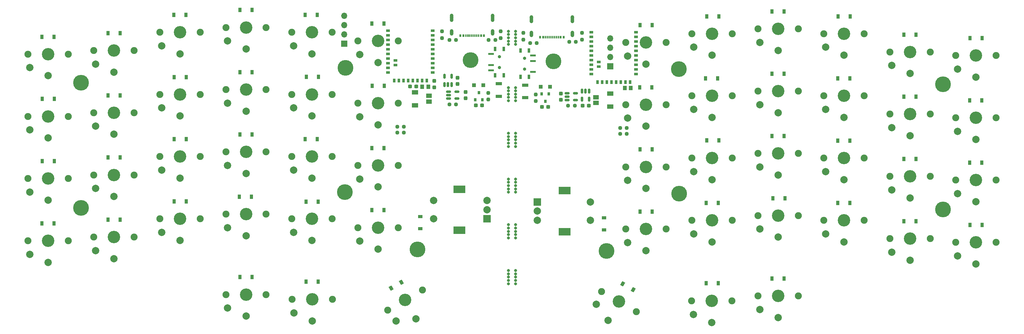
<source format=gbs>
G04 #@! TF.GenerationSoftware,KiCad,Pcbnew,(5.99.0-8557-g8988e46ab1)*
G04 #@! TF.CreationDate,2021-01-24T12:11:51-07:00*
G04 #@! TF.ProjectId,BlueSofPanel,426c7565-536f-4665-9061-6e656c2e6b69,rev?*
G04 #@! TF.SameCoordinates,PX85099e0PY51bada0*
G04 #@! TF.FileFunction,Soldermask,Bot*
G04 #@! TF.FilePolarity,Negative*
%FSLAX46Y46*%
G04 Gerber Fmt 4.6, Leading zero omitted, Abs format (unit mm)*
G04 Created by KiCad (PCBNEW (5.99.0-8557-g8988e46ab1)) date 2021-01-24 12:11:51*
%MOMM*%
%LPD*%
G01*
G04 APERTURE LIST*
G04 Aperture macros list*
%AMRoundRect*
0 Rectangle with rounded corners*
0 $1 Rounding radius*
0 $2 $3 $4 $5 $6 $7 $8 $9 X,Y pos of 4 corners*
0 Add a 4 corners polygon primitive as box body*
4,1,4,$2,$3,$4,$5,$6,$7,$8,$9,$2,$3,0*
0 Add four circle primitives for the rounded corners*
1,1,$1+$1,$2,$3*
1,1,$1+$1,$4,$5*
1,1,$1+$1,$6,$7*
1,1,$1+$1,$8,$9*
0 Add four rect primitives between the rounded corners*
20,1,$1+$1,$2,$3,$4,$5,0*
20,1,$1+$1,$4,$5,$6,$7,0*
20,1,$1+$1,$6,$7,$8,$9,0*
20,1,$1+$1,$8,$9,$2,$3,0*%
%AMRotRect*
0 Rectangle, with rotation*
0 The origin of the aperture is its center*
0 $1 length*
0 $2 width*
0 $3 Rotation angle, in degrees counterclockwise*
0 Add horizontal line*
21,1,$1,$2,0,0,$3*%
G04 Aperture macros list end*
%ADD10C,0.800000*%
%ADD11C,1.900000*%
%ADD12C,3.400000*%
%ADD13C,2.000000*%
%ADD14C,4.300000*%
%ADD15R,2.000000X2.000000*%
%ADD16R,3.200000X2.000000*%
%ADD17R,1.700000X1.700000*%
%ADD18O,1.700000X1.700000*%
%ADD19RoundRect,0.237500X-0.250000X-0.237500X0.250000X-0.237500X0.250000X0.237500X-0.250000X0.237500X0*%
%ADD20C,0.900000*%
%ADD21R,1.524000X0.600000*%
%ADD22R,0.700000X1.200000*%
%ADD23R,0.900000X1.200000*%
%ADD24RoundRect,0.237500X-0.237500X0.250000X-0.237500X-0.250000X0.237500X-0.250000X0.237500X0.250000X0*%
%ADD25RoundRect,0.237500X0.300000X0.237500X-0.300000X0.237500X-0.300000X-0.237500X0.300000X-0.237500X0*%
%ADD26R,1.700000X0.900000*%
%ADD27RoundRect,0.237500X-0.237500X0.300000X-0.237500X-0.300000X0.237500X-0.300000X0.237500X0.300000X0*%
%ADD28R,1.050000X1.200000*%
%ADD29R,0.800000X0.900000*%
%ADD30R,1.550000X1.200000*%
%ADD31R,1.800000X1.200000*%
%ADD32RoundRect,0.237500X0.237500X-0.250000X0.237500X0.250000X-0.237500X0.250000X-0.237500X-0.250000X0*%
%ADD33R,0.540000X0.800000*%
%ADD34R,0.300000X0.800000*%
%ADD35C,1.000000*%
%ADD36RotRect,0.900000X1.200000X330.000000*%
%ADD37R,1.000000X1.000000*%
%ADD38RoundRect,0.237500X0.250000X0.237500X-0.250000X0.237500X-0.250000X-0.237500X0.250000X-0.237500X0*%
%ADD39RoundRect,0.237500X-0.300000X-0.237500X0.300000X-0.237500X0.300000X0.237500X-0.300000X0.237500X0*%
%ADD40RoundRect,0.150000X-0.512500X-0.150000X0.512500X-0.150000X0.512500X0.150000X-0.512500X0.150000X0*%
%ADD41RotRect,0.900000X1.200000X30.000000*%
%ADD42R,1.200000X0.900000*%
%ADD43RoundRect,0.150000X-0.150000X0.512500X-0.150000X-0.512500X0.150000X-0.512500X0.150000X0.512500X0*%
%ADD44RoundRect,0.237500X0.237500X-0.300000X0.237500X0.300000X-0.237500X0.300000X-0.237500X-0.300000X0*%
%ADD45R,1.000000X0.650000*%
%ADD46R,0.650000X1.000000*%
%ADD47RoundRect,0.150000X0.150000X-0.512500X0.150000X0.512500X-0.150000X0.512500X-0.150000X-0.512500X0*%
G04 APERTURE END LIST*
D10*
X45382230Y-27679851D03*
X45382230Y-31279851D03*
X47282230Y-31279851D03*
X45382230Y-28579851D03*
X45382230Y-29479851D03*
X45382230Y-30379851D03*
X47282230Y-28579851D03*
X47282230Y-29479851D03*
X47282230Y-30379851D03*
X47282230Y-27679851D03*
X45382230Y37720149D03*
X45382230Y34120149D03*
X47282230Y34120149D03*
X45382230Y36820149D03*
X45382230Y35920149D03*
X45382230Y35020149D03*
X47282230Y36820149D03*
X47282230Y35920149D03*
X47282230Y35020149D03*
X47282230Y37720149D03*
X45382230Y22320149D03*
X45382230Y18720149D03*
X47282230Y18720149D03*
X45382230Y21420149D03*
X45382230Y20520149D03*
X45382230Y19620149D03*
X47282230Y21420149D03*
X47282230Y20520149D03*
X47282230Y19620149D03*
X47282230Y22320149D03*
X45382230Y9820149D03*
X45382230Y6220149D03*
X47282230Y6220149D03*
X45382230Y8920149D03*
X45382230Y8020149D03*
X45382230Y7120149D03*
X47282230Y8920149D03*
X47282230Y8020149D03*
X47282230Y7120149D03*
X47282230Y9820149D03*
X45382230Y-2679851D03*
X45382230Y-6279851D03*
X47282230Y-6279851D03*
X45382230Y-3579851D03*
X45382230Y-4479851D03*
X45382230Y-5379851D03*
X47282230Y-3579851D03*
X47282230Y-4479851D03*
X47282230Y-5379851D03*
X47282230Y-2679851D03*
X45382230Y-15179851D03*
X45382230Y-18779851D03*
X47282230Y-18779851D03*
X45382230Y-16079851D03*
X45382230Y-16979851D03*
X45382230Y-17879851D03*
X47282230Y-16079851D03*
X47282230Y-16979851D03*
X47282230Y-17879851D03*
X47282230Y-15179851D03*
D11*
X-49732246Y20447236D03*
X-38732246Y20447236D03*
D12*
X-44232246Y20447236D03*
D13*
X-49232246Y16747236D03*
X-44232246Y14547236D03*
D14*
X163896706Y23222236D03*
D12*
X118896706Y38347236D03*
D11*
X113396706Y38347236D03*
X124396706Y38347236D03*
D13*
X113896706Y34647236D03*
X118896706Y32447236D03*
D12*
X172896706Y31047236D03*
D11*
X178396706Y31047236D03*
X167396706Y31047236D03*
D13*
X167896706Y27347236D03*
X172896706Y25147236D03*
D11*
X142396706Y3047236D03*
X131396706Y3047236D03*
D12*
X136896706Y3047236D03*
D13*
X131896706Y-652764D03*
X136896706Y-2852764D03*
D11*
X-56732246Y32447236D03*
X-67732246Y32447236D03*
D12*
X-62232246Y32447236D03*
D13*
X-67232246Y28747236D03*
X-62232246Y26547236D03*
D11*
X-85732246Y31447236D03*
D12*
X-80232246Y31447236D03*
D11*
X-74732246Y31447236D03*
D13*
X-85232246Y27747236D03*
X-80232246Y25547236D03*
D15*
X39467754Y-13552764D03*
D13*
X39467754Y-8552764D03*
X39467754Y-11052764D03*
D16*
X31967754Y-16652764D03*
X31967754Y-5452764D03*
D13*
X24967754Y-8552764D03*
X24967754Y-13552764D03*
D11*
X-20732246Y-12252764D03*
X-31732246Y-12252764D03*
D12*
X-26232246Y-12252764D03*
D13*
X-31232246Y-15952764D03*
X-26232246Y-18152764D03*
D14*
X91896706Y-6677764D03*
D11*
X-56732246Y-1552764D03*
X-67732246Y-1552764D03*
D12*
X-62232246Y-1552764D03*
D13*
X-67232246Y-5252764D03*
X-62232246Y-7452764D03*
D11*
X-20732246Y4747236D03*
X-31732246Y4747236D03*
D12*
X-26232246Y4747236D03*
D13*
X-31232246Y1047236D03*
X-26232246Y-1152764D03*
D11*
X88396706Y34647236D03*
X77396706Y34647236D03*
D12*
X82896706Y34647236D03*
D13*
X77896706Y30947236D03*
X82896706Y28747236D03*
D11*
X4267754Y-15952764D03*
D12*
X9767754Y-15952764D03*
D11*
X15267754Y-15952764D03*
D13*
X4767754Y-19652764D03*
X9767754Y-21852764D03*
D12*
X100896706Y20047236D03*
D11*
X106396706Y20047236D03*
X95396706Y20047236D03*
D13*
X95896706Y16347236D03*
X100896706Y14147236D03*
D11*
X-38732246Y-13552764D03*
D12*
X-44232246Y-13552764D03*
D11*
X-49732246Y-13552764D03*
D13*
X-49232246Y-17252764D03*
X-44232246Y-19452764D03*
D11*
X12404614Y-38502764D03*
X21930894Y-33002764D03*
D12*
X17167754Y-35752764D03*
D13*
X14687627Y-41457058D03*
X20117754Y-40862314D03*
D11*
X-13732246Y37447236D03*
X-2732246Y37447236D03*
D12*
X-8232246Y37447236D03*
D13*
X-13232246Y33747236D03*
X-8232246Y31547236D03*
D12*
X118896706Y21347236D03*
D11*
X113396706Y21347236D03*
X124396706Y21347236D03*
D13*
X113896706Y17647236D03*
X118896706Y15447236D03*
D11*
X149396706Y-18952764D03*
D12*
X154896706Y-18952764D03*
D11*
X160396706Y-18952764D03*
D13*
X149896706Y-22652764D03*
X154896706Y-24852764D03*
D11*
X95296706Y-35952764D03*
X106296706Y-35952764D03*
D12*
X100796706Y-35952764D03*
D13*
X95796706Y-39652764D03*
X100796706Y-41852764D03*
D11*
X-49732246Y37447236D03*
X-38732246Y37447236D03*
D12*
X-44232246Y37447236D03*
D13*
X-49232246Y33747236D03*
X-44232246Y31547236D03*
D17*
X567754Y34347236D03*
D18*
X567754Y36887236D03*
X567754Y39427236D03*
X567754Y41967236D03*
D11*
X149396706Y-1952764D03*
D12*
X154896706Y-1952764D03*
D11*
X160396706Y-1952764D03*
D13*
X149896706Y-5652764D03*
X154896706Y-7852764D03*
D12*
X118896706Y-12652764D03*
D11*
X124396706Y-12652764D03*
X113396706Y-12652764D03*
D13*
X113896706Y-16352764D03*
X118896706Y-18552764D03*
D11*
X-13732246Y3447236D03*
X-2732246Y3447236D03*
D12*
X-8232246Y3447236D03*
D13*
X-13232246Y-252764D03*
X-8232246Y-2452764D03*
D12*
X9767754Y1047236D03*
D11*
X15267754Y1047236D03*
X4267754Y1047236D03*
D13*
X4767754Y-2652764D03*
X9767754Y-4852764D03*
D14*
X57621706Y29447236D03*
X72121706Y-22352764D03*
D11*
X15267754Y35047236D03*
X4267754Y35047236D03*
D12*
X9767754Y35047236D03*
D13*
X4767754Y31347236D03*
X9767754Y29147236D03*
D11*
X131396706Y37047236D03*
X142396706Y37047236D03*
D12*
X136896706Y37047236D03*
D13*
X131896706Y33347236D03*
X136896706Y31147236D03*
D12*
X154896706Y15047236D03*
D11*
X149396706Y15047236D03*
X160396706Y15047236D03*
D13*
X149896706Y11347236D03*
X154896706Y9147236D03*
D15*
X53196706Y-8952764D03*
D13*
X53196706Y-13952764D03*
X53196706Y-11452764D03*
D16*
X60696706Y-17052764D03*
X60696706Y-5852764D03*
D13*
X67696706Y-13952764D03*
X67696706Y-8952764D03*
D14*
X163896706Y-10977764D03*
D12*
X-26232246Y38747236D03*
D11*
X-20732246Y38747236D03*
X-31732246Y38747236D03*
D13*
X-31232246Y35047236D03*
X-26232246Y32847236D03*
D11*
X142396706Y-13952764D03*
X131396706Y-13952764D03*
D12*
X136896706Y-13952764D03*
D13*
X131896706Y-17652764D03*
X136896706Y-19852764D03*
D12*
X-62232246Y-18552764D03*
D11*
X-56732246Y-18552764D03*
X-67732246Y-18552764D03*
D13*
X-67232246Y-22252764D03*
X-62232246Y-24452764D03*
D11*
X-13732246Y-13552764D03*
D12*
X-8232246Y-13552764D03*
D11*
X-2732246Y-13552764D03*
D13*
X-13232246Y-17252764D03*
X-8232246Y-19452764D03*
D11*
X106396706Y-13952764D03*
X95396706Y-13952764D03*
D12*
X100896706Y-13952764D03*
D13*
X95896706Y-17652764D03*
X100896706Y-19852764D03*
D12*
X100896706Y3047236D03*
D11*
X95396706Y3047236D03*
X106396706Y3047236D03*
D13*
X95896706Y-652764D03*
X100896706Y-2852764D03*
D11*
X-13632246Y-35552764D03*
X-2632246Y-35552764D03*
D12*
X-8132246Y-35552764D03*
D13*
X-13132246Y-39252764D03*
X-8132246Y-41452764D03*
D12*
X-26232246Y21747236D03*
D11*
X-20732246Y21747236D03*
X-31732246Y21747236D03*
D13*
X-31232246Y18047236D03*
X-26232246Y15847236D03*
D12*
X172896706Y-19952764D03*
D11*
X167396706Y-19952764D03*
X178396706Y-19952764D03*
D13*
X167896706Y-23652764D03*
X172896706Y-25852764D03*
D11*
X-74732246Y-19552764D03*
X-85732246Y-19552764D03*
D12*
X-80232246Y-19552764D03*
D13*
X-85232246Y-23252764D03*
X-80232246Y-25452764D03*
D12*
X75496706Y-36152764D03*
D11*
X80259846Y-38902764D03*
X70733566Y-33402764D03*
D13*
X69316579Y-36857058D03*
X72546706Y-41262314D03*
D11*
X-74732246Y-2552764D03*
D12*
X-80232246Y-2552764D03*
D11*
X-85732246Y-2552764D03*
D13*
X-85232246Y-6252764D03*
X-80232246Y-8452764D03*
D11*
X77396706Y647236D03*
X88396706Y647236D03*
D12*
X82896706Y647236D03*
D13*
X77896706Y-3052764D03*
X82896706Y-5252764D03*
D12*
X100896706Y37047236D03*
D11*
X95396706Y37047236D03*
X106396706Y37047236D03*
D13*
X95896706Y33347236D03*
X100896706Y31147236D03*
D12*
X136896706Y20047236D03*
D11*
X142396706Y20047236D03*
X131396706Y20047236D03*
D13*
X131896706Y16347236D03*
X136896706Y14147236D03*
D12*
X9767754Y18047236D03*
D11*
X4267754Y18047236D03*
X15267754Y18047236D03*
D13*
X4767754Y14347236D03*
X9767754Y12147236D03*
D11*
X-13732246Y20447236D03*
D12*
X-8232246Y20447236D03*
D11*
X-2732246Y20447236D03*
D13*
X-13232246Y16747236D03*
X-8232246Y14547236D03*
D12*
X172896706Y14047236D03*
D11*
X167396706Y14047236D03*
X178396706Y14047236D03*
D13*
X167896706Y10347236D03*
X172896706Y8147236D03*
D12*
X-44232246Y3447236D03*
D11*
X-49732246Y3447236D03*
X-38732246Y3447236D03*
D13*
X-49232246Y-252764D03*
X-44232246Y-2452764D03*
D12*
X-80232246Y14447236D03*
D11*
X-85732246Y14447236D03*
X-74732246Y14447236D03*
D13*
X-85232246Y10747236D03*
X-80232246Y8547236D03*
D11*
X160396706Y32047236D03*
D12*
X154896706Y32047236D03*
D11*
X149396706Y32047236D03*
D13*
X149896706Y28347236D03*
X154896706Y26147236D03*
D11*
X-67732246Y15447236D03*
X-56732246Y15447236D03*
D12*
X-62232246Y15447236D03*
D13*
X-67232246Y11747236D03*
X-62232246Y9547236D03*
D12*
X172896706Y-2952764D03*
D11*
X178396706Y-2952764D03*
X167396706Y-2952764D03*
D13*
X167896706Y-6652764D03*
X172896706Y-8852764D03*
D12*
X82896706Y-16352764D03*
D11*
X88396706Y-16352764D03*
X77396706Y-16352764D03*
D13*
X77896706Y-20052764D03*
X82896706Y-22252764D03*
D11*
X113396706Y4347236D03*
X124396706Y4347236D03*
D12*
X118896706Y4347236D03*
D13*
X113896706Y647236D03*
X118896706Y-1552764D03*
D14*
X91796706Y27322236D03*
D11*
X-31732246Y-34252764D03*
X-20732246Y-34252764D03*
D12*
X-26232246Y-34252764D03*
D13*
X-31232246Y-37952764D03*
X-26232246Y-40152764D03*
D11*
X113396706Y-34652764D03*
X124396706Y-34652764D03*
D12*
X118896706Y-34652764D03*
D13*
X113896706Y-38352764D03*
X118896706Y-40552764D03*
D12*
X82896706Y17647236D03*
D11*
X88396706Y17647236D03*
X77396706Y17647236D03*
D13*
X77896706Y13947236D03*
X82896706Y11747236D03*
D14*
X35042754Y29847236D03*
D19*
X15030254Y11647236D03*
X16855254Y11647236D03*
D14*
X-71232246Y-10577764D03*
D20*
X42892754Y30747236D03*
X42892754Y27747236D03*
D21*
X40642754Y31497236D03*
X40642754Y28497236D03*
X40642754Y26997236D03*
D22*
X44042754Y25647236D03*
X41742754Y25647236D03*
X41742754Y32847236D03*
X44042754Y32847236D03*
D23*
X-45832246Y8197236D03*
X-42532246Y8197236D03*
X171196706Y1797236D03*
X174496706Y1797236D03*
D24*
X65421706Y37259736D03*
X65421706Y35434736D03*
D23*
X-45882246Y42197236D03*
X-42582246Y42197236D03*
X-9782246Y25247236D03*
X-6482246Y25247236D03*
D25*
X56221706Y17047236D03*
X54496706Y17047236D03*
D23*
X-9882246Y-8852764D03*
X-6582246Y-8852764D03*
X153246706Y2797236D03*
X156546706Y2797236D03*
D26*
X49921706Y19547236D03*
X49921706Y22947236D03*
D23*
X8117754Y39797236D03*
X11417754Y39797236D03*
D27*
X59621706Y20709736D03*
X59621706Y18984736D03*
D28*
X21842754Y22547236D03*
X23492754Y22547236D03*
D14*
X-71232246Y23622236D03*
D23*
X8117754Y-11202764D03*
X11417754Y-11202764D03*
X-27882246Y9497236D03*
X-24582246Y9497236D03*
D29*
X38217754Y18947236D03*
X36317754Y18947236D03*
X37267754Y20947236D03*
D30*
X69221706Y19697236D03*
X69221706Y18097236D03*
D31*
X73096706Y20697236D03*
X73096706Y17097236D03*
D23*
X-27882246Y43497236D03*
X-24582246Y43497236D03*
X-63882246Y37197236D03*
X-60582246Y37197236D03*
D30*
X23717754Y18447236D03*
X23717754Y20047236D03*
D31*
X19842754Y17447236D03*
X19842754Y21047236D03*
D23*
X117246706Y9097236D03*
X120546706Y9097236D03*
D24*
X52821706Y20459736D03*
X52821706Y18634736D03*
D20*
X49771706Y27347236D03*
X49771706Y30347236D03*
D21*
X52021706Y26597236D03*
X52021706Y29597236D03*
X52021706Y31097236D03*
D22*
X50921706Y32447236D03*
X48621706Y32447236D03*
X50921706Y25247236D03*
X48621706Y25247236D03*
D24*
X49396706Y37259736D03*
X49396706Y35434736D03*
D23*
X-81832246Y19197236D03*
X-78532246Y19197236D03*
D32*
X39842754Y19034736D03*
X39842754Y20859736D03*
D33*
X38667754Y36472236D03*
X32267754Y36472236D03*
X37867754Y36472236D03*
X33067754Y36472236D03*
D34*
X34217754Y36472236D03*
X35217754Y36472236D03*
X35717754Y36472236D03*
X36717754Y36472236D03*
X37217754Y36472236D03*
X36217754Y36472236D03*
X34717754Y36472236D03*
X33709754Y36472236D03*
D35*
X29892754Y41986336D03*
X41043054Y41071936D03*
X29892454Y41402136D03*
X41042754Y37753236D03*
X29892454Y37236536D03*
X41043054Y37236536D03*
X41042754Y37490536D03*
X29892154Y37490536D03*
X29892154Y37753236D03*
X41043354Y41999036D03*
X41043054Y41719636D03*
X41043054Y40779836D03*
X29892454Y40767136D03*
X29892454Y41706936D03*
X41042754Y36991236D03*
X41043054Y41414836D03*
X29892454Y41059236D03*
X29892154Y36991236D03*
D23*
X8117754Y5797236D03*
X11417754Y5797236D03*
D36*
X76495521Y-31277764D03*
X79353405Y-32927764D03*
D23*
X-28082246Y-7552764D03*
X-24782246Y-7552764D03*
X99246706Y-9252764D03*
X102546706Y-9252764D03*
X-10082246Y42147236D03*
X-6782246Y42147236D03*
X171246706Y-15202764D03*
X174546706Y-15202764D03*
X-10082246Y8247236D03*
X-6782246Y8247236D03*
X135196706Y24797236D03*
X138496706Y24797236D03*
X-63882246Y3197236D03*
X-60582246Y3197236D03*
D14*
X767754Y-6277764D03*
D37*
X35992754Y22947236D03*
X38492754Y22947236D03*
D14*
X20542754Y-21952764D03*
D38*
X53071706Y34447236D03*
X51246706Y34447236D03*
D23*
X117246706Y-29852764D03*
X120546706Y-29852764D03*
D24*
X27242754Y37659736D03*
X27242754Y35834736D03*
D37*
X56671706Y22547236D03*
X54171706Y22547236D03*
D39*
X65559206Y17347236D03*
X67284206Y17347236D03*
D23*
X153246706Y36797236D03*
X156546706Y36797236D03*
X-45832246Y-8802764D03*
X-42532246Y-8802764D03*
X153196706Y-14202764D03*
X156496706Y-14202764D03*
X171196706Y18797236D03*
X174496706Y18797236D03*
D40*
X61384206Y18897236D03*
X61384206Y19847236D03*
X61384206Y20797236D03*
X63659206Y20797236D03*
X63659206Y18897236D03*
D23*
X117246706Y26097236D03*
X120546706Y26097236D03*
D41*
X13311055Y-32527764D03*
X16168939Y-30877764D03*
D28*
X77082661Y22184736D03*
X78732661Y22184736D03*
D23*
X-63832246Y-13802764D03*
X-60532246Y-13802764D03*
D38*
X31067754Y35347236D03*
X29242754Y35347236D03*
D39*
X18505254Y22647236D03*
X20230254Y22647236D03*
D23*
X-45832246Y25197236D03*
X-42532246Y25197236D03*
X135196706Y-9202764D03*
X138496706Y-9202764D03*
D27*
X31467754Y25009736D03*
X31467754Y23284736D03*
D38*
X63434206Y17347236D03*
X61609206Y17347236D03*
D23*
X-27882246Y-29452764D03*
X-24582246Y-29452764D03*
D42*
X21267754Y-16202763D03*
X21267754Y-12902763D03*
D23*
X99446706Y41747236D03*
X102746706Y41747236D03*
D43*
X65421706Y21384736D03*
X66371706Y21384736D03*
X67321706Y21384736D03*
X67321706Y19109736D03*
X65421706Y19109736D03*
D23*
X117246706Y43097236D03*
X120546706Y43097236D03*
X135246706Y41797236D03*
X138546706Y41797236D03*
X81246706Y39397236D03*
X84546706Y39397236D03*
D44*
X33667754Y19384736D03*
X33667754Y21109736D03*
D23*
X-81832246Y2197236D03*
X-78532246Y2197236D03*
X99446706Y7847236D03*
X102746706Y7847236D03*
X117446706Y-7952764D03*
X120746706Y-7952764D03*
D45*
X24725799Y37877236D03*
X24725799Y36607236D03*
X24725799Y35337236D03*
X24725799Y34067236D03*
X24725799Y32797236D03*
X24725799Y31527236D03*
X24725799Y30257236D03*
X24725799Y28987236D03*
X24725799Y27717236D03*
X24725799Y26447236D03*
D46*
X23076799Y24228236D03*
X21806799Y24228236D03*
X20536799Y24228236D03*
X19266799Y24228236D03*
X17996799Y24228236D03*
X16726799Y24228236D03*
X15456799Y24228236D03*
X14186799Y24228236D03*
D45*
X12487799Y26447236D03*
X12487799Y27717236D03*
X14565799Y28479236D03*
X12487799Y28987236D03*
X14565799Y29749236D03*
X12487799Y30257236D03*
X12487799Y31527236D03*
X12487799Y32797236D03*
X12487799Y34067236D03*
X12487799Y35337236D03*
X12487799Y36607236D03*
X12487799Y37877236D03*
D26*
X42742754Y23347236D03*
X42742754Y19947236D03*
D19*
X75809206Y11247236D03*
X77634206Y11247236D03*
D23*
X171246706Y35797236D03*
X174546706Y35797236D03*
D33*
X53996706Y36072236D03*
X60396706Y36072236D03*
X59596706Y36072236D03*
X54796706Y36072236D03*
D34*
X55946706Y36072236D03*
X56946706Y36072236D03*
X57446706Y36072236D03*
X58446706Y36072236D03*
X58946706Y36072236D03*
X57946706Y36072236D03*
X56446706Y36072236D03*
X55438706Y36072236D03*
D35*
X51621106Y36591236D03*
X51621406Y40659236D03*
X62771706Y37353236D03*
X62772006Y36836536D03*
X51621406Y41002136D03*
X51621706Y41586336D03*
X62772006Y40671936D03*
X51621406Y36836536D03*
X62772006Y40379836D03*
X62772006Y41319636D03*
X51621106Y37353236D03*
X51621406Y41306936D03*
X51621106Y37090536D03*
X62771706Y37090536D03*
X62772306Y41599036D03*
X62771706Y36591236D03*
X62772006Y41014836D03*
X51621406Y40367136D03*
D40*
X29005254Y19297236D03*
X29005254Y20247236D03*
X29005254Y21197236D03*
X31280254Y21197236D03*
X31280254Y19297236D03*
D29*
X54446706Y20547236D03*
X56346706Y20547236D03*
X55396706Y18547236D03*
D23*
X8167754Y22797236D03*
X11467754Y22797236D03*
X135196706Y7797236D03*
X138496706Y7797236D03*
D38*
X16855254Y10047236D03*
X15030254Y10047236D03*
D42*
X71396706Y-16602763D03*
X71396706Y-13302763D03*
D23*
X81196706Y22397236D03*
X84496706Y22397236D03*
X99246706Y-31152764D03*
X102546706Y-31152764D03*
X81246706Y-11602764D03*
X84546706Y-11602764D03*
D17*
X73121706Y28147236D03*
D18*
X73121706Y30687236D03*
X73121706Y33227236D03*
X73121706Y35767236D03*
D14*
X867754Y27722236D03*
D19*
X39955254Y35347236D03*
X41780254Y35347236D03*
D23*
X153246706Y19797236D03*
X156546706Y19797236D03*
D47*
X29817754Y23147236D03*
X28867754Y23147236D03*
X27917754Y23147236D03*
X27917754Y25422236D03*
X29817754Y25422236D03*
D24*
X43267754Y37659736D03*
X43267754Y35834736D03*
D23*
X-81882246Y36197236D03*
X-78582246Y36197236D03*
D19*
X61909206Y34797236D03*
X63734206Y34797236D03*
D23*
X81246706Y5397236D03*
X84546706Y5397236D03*
D38*
X31055254Y17747236D03*
X29230254Y17747236D03*
D39*
X36442754Y17447236D03*
X38167754Y17447236D03*
D27*
X25105254Y24109736D03*
X25105254Y22384736D03*
D23*
X-9882246Y-30752764D03*
X-6582246Y-30752764D03*
D38*
X77634206Y9647236D03*
X75809206Y9647236D03*
D23*
X-63882246Y20197236D03*
X-60582246Y20197236D03*
X99146706Y24847236D03*
X102446706Y24847236D03*
X-81882246Y-14802764D03*
X-78582246Y-14802764D03*
D45*
X80176661Y37477236D03*
X80176661Y36207236D03*
X80176661Y34937236D03*
X80176661Y33667236D03*
X80176661Y32397236D03*
X80176661Y31127236D03*
X80176661Y29857236D03*
X80176661Y28587236D03*
X80176661Y27317236D03*
X80176661Y26047236D03*
D46*
X78527661Y23828236D03*
X77257661Y23828236D03*
X75987661Y23828236D03*
X74717661Y23828236D03*
X73447661Y23828236D03*
X72177661Y23828236D03*
X70907661Y23828236D03*
X69637661Y23828236D03*
D45*
X67938661Y26047236D03*
X67938661Y27317236D03*
X70016661Y28079236D03*
X67938661Y28587236D03*
X70016661Y29349236D03*
X67938661Y29857236D03*
X67938661Y31127236D03*
X67938661Y32397236D03*
X67938661Y33667236D03*
X67938661Y34937236D03*
X67938661Y36207236D03*
X67938661Y37477236D03*
D23*
X-27882246Y26497236D03*
X-24582246Y26497236D03*
M02*

</source>
